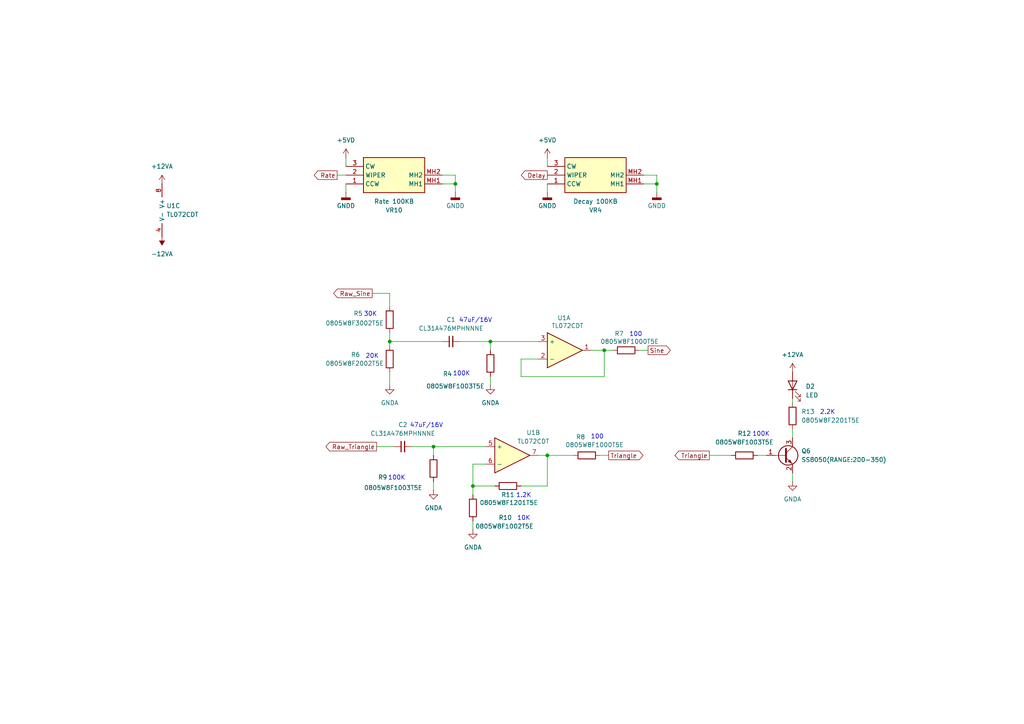
<source format=kicad_sch>
(kicad_sch (version 20250114) (generator "eeschema") (generator_version "9.0")
  (paper "A4")
  (lib_symbols
    (symbol "Device:C_Small" (pin_numbers (hide yes)) (pin_names (offset 0.254) (hide yes))
      (property "Reference" "C" (at 0.254 1.778 0))
      (property "Value" "C_Small" (at 0.254 -2.032 0))
      (symbol "C_Small_0_1"
        (polyline (pts (xy -1.524 0.508) (xy 1.524 0.508)) (stroke (width 0.3048)))
        (polyline (pts (xy -1.524 -0.508) (xy 1.524 -0.508)) (stroke (width 0.3302)))
      )
      (symbol "C_Small_1_1"
        (pin passive line (at 0 2.54 270) (length 2.032) (name "~") (number "1"))
        (pin passive line (at 0 -2.54 90) (length 2.032) (name "~") (number "2"))
      )
    )
    (symbol "Device:LED" (pin_numbers (hide yes)) (pin_names (offset 1.016) (hide yes))
      (property "Reference" "D" (at 0 2.54 0))
      (property "Value" "LED" (at 0 -2.54 0))
      (symbol "LED_0_1"
        (polyline (pts (xy -3.048 -0.762) (xy -4.572 -2.286) (xy -3.81 -2.286) (xy -4.572 -2.286) (xy -4.572 -1.524)))
        (polyline (pts (xy -1.778 -0.762) (xy -3.302 -2.286) (xy -2.54 -2.286) (xy -3.302 -2.286) (xy -3.302 -1.524)))
        (polyline (pts (xy -1.27 0) (xy 1.27 0)))
        (polyline (pts (xy -1.27 -1.27) (xy -1.27 1.27)) (stroke (width 0.254)))
        (polyline (pts (xy 1.27 -1.27) (xy 1.27 1.27) (xy -1.27 0) (xy 1.27 -1.27)) (stroke (width 0.254)))
      )
      (symbol "LED_1_1"
        (pin passive line (at -3.81 0 0) (length 2.54) (name "K") (number "1"))
        (pin passive line (at 3.81 0 180) (length 2.54) (name "A") (number "2"))
      )
    )
    (symbol "Device:Opamp_Dual"
      (property "Reference" "U" (at 0 5.08 0))
      (property "Value" "Opamp_Dual" (at 0 -5.08 0))
      (symbol "Opamp_Dual_1_1"
        (polyline (pts (xy -5.08 5.08) (xy 5.08 0) (xy -5.08 -5.08) (xy -5.08 5.08)) (stroke (width 0.254)) (fill (type background)))
        (pin input line (at -7.62 2.54 0) (length 2.54) (name "+") (number "3"))
        (pin input line (at -7.62 -2.54 0) (length 2.54) (name "-") (number "2"))
        (pin output line (at 7.62 0 180) (length 2.54) (name "~") (number "1"))
      )
      (symbol "Opamp_Dual_2_1"
        (polyline (pts (xy -5.08 5.08) (xy 5.08 0) (xy -5.08 -5.08) (xy -5.08 5.08)) (stroke (width 0.254)) (fill (type background)))
        (pin input line (at -7.62 2.54 0) (length 2.54) (name "+") (number "5"))
        (pin input line (at -7.62 -2.54 0) (length 2.54) (name "-") (number "6"))
        (pin output line (at 7.62 0 180) (length 2.54) (name "~") (number "7"))
      )
      (symbol "Opamp_Dual_3_1"
        (pin power_in line (at -2.54 7.62 270) (length 3.81) (name "V+") (number "8"))
        (pin power_in line (at -2.54 -7.62 90) (length 3.81) (name "V-") (number "4"))
      )
    )
    (symbol "Device:R" (pin_numbers (hide yes)) (pin_names (offset 0))
      (property "Reference" "R" (at 2.032 0 90))
      (property "Value" "R" (at 0 0 90))
      (symbol "R_0_1"
        (rectangle (start -1.016 -2.54) (end 1.016 2.54) (stroke (width 0.254)))
      )
      (symbol "R_1_1"
        (pin passive line (at 0 3.81 270) (length 1.27) (name "~") (number "1"))
        (pin passive line (at 0 -3.81 90) (length 1.27) (name "~") (number "2"))
      )
    )
    (symbol "Opamp_Dual_1"
      (property "Reference" "U" (at 0 5.08 0))
      (property "Value" "Opamp_Dual" (at 0 -5.08 0))
      (symbol "Opamp_Dual_1_1_1"
        (polyline (pts (xy -5.08 5.08) (xy 5.08 0) (xy -5.08 -5.08) (xy -5.08 5.08)) (stroke (width 0.254)) (fill (type background)))
        (pin input line (at -7.62 2.54 0) (length 2.54) (name "+") (number "3"))
        (pin input line (at -7.62 -2.54 0) (length 2.54) (name "-") (number "2"))
        (pin output line (at 7.62 0 180) (length 2.54) (name "~") (number "1"))
      )
      (symbol "Opamp_Dual_1_2_1"
        (polyline (pts (xy -5.08 5.08) (xy 5.08 0) (xy -5.08 -5.08) (xy -5.08 5.08)) (stroke (width 0.254)) (fill (type background)))
        (pin input line (at -7.62 2.54 0) (length 2.54) (name "+") (number "5"))
        (pin input line (at -7.62 -2.54 0) (length 2.54) (name "-") (number "6"))
        (pin output line (at 7.62 0 180) (length 2.54) (name "~") (number "7"))
      )
      (symbol "Opamp_Dual_1_3_1"
        (pin power_in line (at -2.54 7.62 270) (length 3.81) (name "V+") (number "8"))
        (pin power_in line (at -2.54 -7.62 90) (length 3.81) (name "V-") (number "4"))
      )
    )
    (symbol "Opamp_Dual_2"
      (property "Reference" "U" (at 0 5.08 0))
      (property "Value" "Opamp_Dual" (at 0 -5.08 0))
      (symbol "Opamp_Dual_2_1_1"
        (polyline (pts (xy -5.08 5.08) (xy 5.08 0) (xy -5.08 -5.08) (xy -5.08 5.08)) (stroke (width 0.254)) (fill (type background)))
        (pin input line (at -7.62 2.54 0) (length 2.54) (name "+") (number "3"))
        (pin input line (at -7.62 -2.54 0) (length 2.54) (name "-") (number "2"))
        (pin output line (at 7.62 0 180) (length 2.54) (name "~") (number "1"))
      )
      (symbol "Opamp_Dual_2_2_1"
        (polyline (pts (xy -5.08 5.08) (xy 5.08 0) (xy -5.08 -5.08) (xy -5.08 5.08)) (stroke (width 0.254)) (fill (type background)))
        (pin input line (at -7.62 2.54 0) (length 2.54) (name "+") (number "5"))
        (pin input line (at -7.62 -2.54 0) (length 2.54) (name "-") (number "6"))
        (pin output line (at 7.62 0 180) (length 2.54) (name "~") (number "7"))
      )
      (symbol "Opamp_Dual_2_3_1"
        (pin power_in line (at -2.54 7.62 270) (length 3.81) (name "V+") (number "8"))
        (pin power_in line (at -2.54 -7.62 90) (length 3.81) (name "V-") (number "4"))
      )
    )
    (symbol "SamacSys_Parts:RK09D117000B"
      (property "Reference" "VR" (at 24.13 7.62 0))
      (property "Value" "RK09D117000B" (at 24.13 5.08 0))
      (symbol "RK09D117000B_1_1"
        (rectangle (start 5.08 2.54) (end 22.86 -7.62) (stroke (width 0.254)) (fill (type background)))
        (pin passive line (at 0 0 0) (length 5.08) (name "CCW") (number "1"))
        (pin passive line (at 0 -2.54 0) (length 5.08) (name "WIPER") (number "2"))
        (pin passive line (at 0 -5.08 0) (length 5.08) (name "CW") (number "3"))
        (pin passive line (at 27.94 0 180) (length 5.08) (name "MH1") (number "MH1"))
        (pin passive line (at 27.94 -2.54 180) (length 5.08) (name "MH2") (number "MH2"))
      )
    )
    (symbol "Transistor_BJT:SS8050" (pin_names (offset 0) (hide yes))
      (property "Reference" "Q" (at 5.08 1.905 0))
      (property "Value" "SS8050" (at 5.08 0 0))
      (symbol "SS8050_0_1"
        (polyline (pts (xy -2.54 0) (xy 0.635 0)))
        (polyline (pts (xy 0.635 1.905) (xy 0.635 -1.905)) (stroke (width 0.508)))
        (circle (center 1.27 0) (radius 2.8194) (stroke (width 0.254)))
      )
      (symbol "SS8050_1_1"
        (polyline (pts (xy 0.635 0.635) (xy 2.54 2.54)))
        (polyline (pts (xy 0.635 -0.635) (xy 2.54 -2.54)))
        (polyline (pts (xy 1.27 -1.778) (xy 1.778 -1.27) (xy 2.286 -2.286) (xy 1.27 -1.778)) (fill (type outline)))
        (pin input line (at -5.08 0 0) (length 2.54) (name "B") (number "1"))
        (pin passive line (at 2.54 5.08 270) (length 2.54) (name "C") (number "3"))
        (pin passive line (at 2.54 -5.08 90) (length 2.54) (name "E") (number "2"))
      )
    )
    (symbol "power:+12VA" (power) (pin_numbers (hide yes)) (pin_names (offset 0) (hide yes))
      (property "Value" "+12VA" (at 0 3.556 0))
      (symbol "+12VA_0_1"
        (polyline (pts (xy -0.762 1.27) (xy 0 2.54)))
        (polyline (pts (xy 0 2.54) (xy 0.762 1.27)))
        (polyline (pts (xy 0 0) (xy 0 2.54)))
      )
      (symbol "+12VA_1_1"
        (pin power_in line (at 0 0 90) (length 0) (name "~") (number "1"))
      )
    )
    (symbol "power:+5VD" (power) (pin_numbers (hide yes)) (pin_names (offset 0) (hide yes))
      (property "Value" "+5VD" (at 0 3.556 0))
      (symbol "+5VD_0_1"
        (polyline (pts (xy -0.762 1.27) (xy 0 2.54)))
        (polyline (pts (xy 0 2.54) (xy 0.762 1.27)))
        (polyline (pts (xy 0 0) (xy 0 2.54)))
      )
      (symbol "+5VD_1_1"
        (pin power_in line (at 0 0 90) (length 0) (name "~") (number "1"))
      )
    )
    (symbol "power:-12VA" (power) (pin_numbers (hide yes)) (pin_names (offset 0) (hide yes))
      (property "Value" "-12VA" (at 0 3.556 0))
      (symbol "-12VA_0_0"
        (pin power_in line (at 0 0 90) (length 0) (name "~") (number "1"))
      )
      (symbol "-12VA_0_1"
        (polyline (pts (xy 0 0) (xy 0 1.27) (xy 0.762 1.27) (xy 0 2.54) (xy -0.762 1.27) (xy 0 1.27)) (fill (type outline)))
      )
    )
    (symbol "power:GNDA" (power) (pin_numbers (hide yes)) (pin_names (offset 0) (hide yes))
      (property "Value" "GNDA" (at 0 -3.81 0))
      (symbol "GNDA_0_1"
        (polyline (pts (xy 0 0) (xy 0 -1.27) (xy 1.27 -1.27) (xy 0 -2.54) (xy -1.27 -1.27) (xy 0 -1.27)))
      )
      (symbol "GNDA_1_1"
        (pin power_in line (at 0 0 270) (length 0) (name "~") (number "1"))
      )
    )
    (symbol "power:GNDD" (power) (pin_numbers (hide yes)) (pin_names (offset 0) (hide yes))
      (property "Value" "GNDD" (at 0 -3.175 0))
      (symbol "GNDD_0_1"
        (rectangle (start -1.27 -1.524) (end 1.27 -2.032) (stroke (width 0.254)) (fill (type outline)))
        (polyline (pts (xy 0 0) (xy 0 -1.524)))
      )
      (symbol "GNDD_1_1"
        (pin power_in line (at 0 0 270) (length 0) (name "~") (number "1"))
      )
    )
  )
  (text "100K" (at 220.726 125.984 0) (effects (font (size 1.27 1.27))))
  (text "30K" (at 107.442 91.186 0) (effects (font (size 1.27 1.27))))
  (text "47uF/16V" (at 137.922 92.964 0) (effects (font (size 1.27 1.27))))
  (text "100K" (at 133.858 108.458 0) (effects (font (size 1.27 1.27))))
  (text "10K" (at 151.892 150.368 0) (effects (font (size 1.27 1.27))))
  (text "2.2K" (at 240.03 119.634 0) (effects (font (size 1.27 1.27))))
  (text "20K" (at 107.95 103.378 0) (effects (font (size 1.27 1.27))))
  (text "100K" (at 115.062 138.684 0) (effects (font (size 1.27 1.27))))
  (text "100" (at 173.228 126.746 0) (effects (font (size 1.27 1.27))))
  (text "1.2K" (at 151.892 143.764 0) (effects (font (size 1.27 1.27))))
  (text "47uF/16V" (at 123.698 123.444 0) (effects (font (size 1.27 1.27))))
  (text "100" (at 184.404 97.028 0) (effects (font (size 1.27 1.27))))
  (junction (at 190.5 53.34))
  (junction (at 132.08 53.34))
  (junction (at 125.73 129.54))
  (junction (at 113.03 99.06))
  (junction (at 158.75 132.08))
  (junction (at 175.26 101.6))
  (junction (at 137.16 140.97))
  (junction (at 142.24 99.06))
  (wire (pts (xy 137.16 140.97) (xy 137.16 143.51)))
  (wire (pts (xy 113.03 96.52) (xy 113.03 99.06)))
  (wire (pts (xy 151.13 109.22) (xy 175.26 109.22)))
  (wire (pts (xy 125.73 129.54) (xy 140.97 129.54)))
  (wire (pts (xy 171.45 101.6) (xy 175.26 101.6)))
  (wire (pts (xy 113.03 99.06) (xy 113.03 100.33)))
  (wire (pts (xy 137.16 151.13) (xy 137.16 153.67)))
  (wire (pts (xy 113.03 85.09) (xy 113.03 88.9)))
  (wire (pts (xy 137.16 134.62) (xy 137.16 140.97)))
  (wire (pts (xy 100.33 45.72) (xy 100.33 48.26)))
  (wire (pts (xy 158.75 45.72) (xy 158.75 48.26)))
  (wire (pts (xy 125.73 139.7) (xy 125.73 142.24)))
  (wire (pts (xy 133.35 99.06) (xy 142.24 99.06)))
  (wire (pts (xy 186.69 50.8) (xy 190.5 50.8)))
  (wire (pts (xy 142.24 99.06) (xy 142.24 101.6)))
  (wire (pts (xy 151.13 140.97) (xy 158.75 140.97)))
  (wire (pts (xy 125.73 129.54) (xy 125.73 132.08)))
  (wire (pts (xy 229.87 124.46) (xy 229.87 127)))
  (wire (pts (xy 143.51 140.97) (xy 137.16 140.97)))
  (wire (pts (xy 158.75 140.97) (xy 158.75 132.08)))
  (wire (pts (xy 140.97 134.62) (xy 137.16 134.62)))
  (wire (pts (xy 132.08 53.34) (xy 132.08 55.88)))
  (wire (pts (xy 113.03 107.95) (xy 113.03 111.76)))
  (wire (pts (xy 186.69 53.34) (xy 190.5 53.34)))
  (wire (pts (xy 173.99 132.08) (xy 176.53 132.08)))
  (wire (pts (xy 132.08 50.8) (xy 132.08 53.34)))
  (wire (pts (xy 190.5 50.8) (xy 190.5 53.34)))
  (wire (pts (xy 205.74 132.08) (xy 212.09 132.08)))
  (wire (pts (xy 175.26 109.22) (xy 175.26 101.6)))
  (wire (pts (xy 119.38 129.54) (xy 125.73 129.54)))
  (wire (pts (xy 156.21 104.14) (xy 151.13 104.14)))
  (wire (pts (xy 190.5 53.34) (xy 190.5 55.88)))
  (wire (pts (xy 175.26 101.6) (xy 177.8 101.6)))
  (wire (pts (xy 156.21 132.08) (xy 158.75 132.08)))
  (wire (pts (xy 158.75 132.08) (xy 166.37 132.08)))
  (wire (pts (xy 229.87 115.57) (xy 229.87 116.84)))
  (wire (pts (xy 113.03 99.06) (xy 128.27 99.06)))
  (wire (pts (xy 100.33 55.88) (xy 100.33 53.34)))
  (wire (pts (xy 142.24 109.22) (xy 142.24 111.76)))
  (wire (pts (xy 109.22 129.54) (xy 114.3 129.54)))
  (wire (pts (xy 128.27 53.34) (xy 132.08 53.34)))
  (wire (pts (xy 229.87 137.16) (xy 229.87 139.7)))
  (wire (pts (xy 107.95 85.09) (xy 113.03 85.09)))
  (wire (pts (xy 158.75 55.88) (xy 158.75 53.34)))
  (wire (pts (xy 185.42 101.6) (xy 187.96 101.6)))
  (wire (pts (xy 142.24 99.06) (xy 156.21 99.06)))
  (wire (pts (xy 219.71 132.08) (xy 222.25 132.08)))
  (wire (pts (xy 97.79 50.8) (xy 100.33 50.8)))
  (wire (pts (xy 128.27 50.8) (xy 132.08 50.8)))
  (wire (pts (xy 151.13 104.14) (xy 151.13 109.22)))
  (global_label "Rate" (shape output) (at 97.79 50.8 180) (property "Intersheetrefs" "${INTERSHEET_REFS}" (effects (hide yes))))
  (global_label "Triangle" (shape output) (at 205.74 132.08 180) (property "Intersheetrefs" "${INTERSHEET_REFS}" (effects (hide yes))))
  (global_label "Triangle" (shape output) (at 176.53 132.08 0) (property "Intersheetrefs" "${INTERSHEET_REFS}" (effects (hide yes))))
  (global_label "Delay" (shape output) (at 158.75 50.8 180) (property "Intersheetrefs" "${INTERSHEET_REFS}" (effects (hide yes))))
  (global_label "Raw_Triangle" (shape output) (at 109.22 129.54 180) (property "Intersheetrefs" "${INTERSHEET_REFS}" (effects (hide yes))))
  (global_label "Raw_Sine" (shape output) (at 107.95 85.09 180) (property "Intersheetrefs" "${INTERSHEET_REFS}" (effects (hide yes))))
  (global_label "Sine" (shape output) (at 187.96 101.6 0) (property "Intersheetrefs" "${INTERSHEET_REFS}" (effects (hide yes))))
  (symbol (lib_id "power:GNDD") (at 190.5 55.88 0) (unit 1)
    (property "Reference" "#PWR012" (effects (hide yes)))
    (property "Value" "GNDD" (at 190.5 59.69 0))
    (property "Description" "Power symbol creates a global label with name \"GNDD\" , digital ground" (effects (hide yes)))
  )
  (symbol (lib_id "Device:R") (at 181.61 101.6 90) (unit 1)
    (property "Reference" "R7" (at 179.578 96.774 90))
    (property "Value" "0805W8F1000T5E" (at 182.626 99.06 90))
    (property "Footprint" "Resistor_SMD:R_0805_2012Metric_Pad1.20x1.40mm_HandSolder" (effects (hide yes)))
    (property "Description" "Resistor" (effects (hide yes)))
  )
  (symbol (lib_id "Device:R") (at 170.18 132.08 90) (unit 1)
    (property "Reference" "R8" (at 168.402 126.746 90))
    (property "Value" "0805W8F1000T5E" (at 172.466 129.032 90))
    (property "Footprint" "Resistor_SMD:R_0805_2012Metric_Pad1.20x1.40mm_HandSolder" (effects (hide yes)))
    (property "Description" "Resistor" (effects (hide yes)))
  )
  (symbol (lib_id "power:GNDD") (at 132.08 55.88 0) (unit 1)
    (property "Reference" "#PWR07" (effects (hide yes)))
    (property "Value" "GNDD" (at 132.08 59.69 0))
    (property "Description" "Power symbol creates a global label with name \"GNDD\" , digital ground" (effects (hide yes)))
  )
  (symbol (lib_id "power:GNDA") (at 113.03 111.76 0) (unit 1)
    (property "Reference" "#PWR048" (effects (hide yes)))
    (property "Value" "GNDA" (at 113.03 116.84 0))
    (property "Description" "Power symbol creates a global label with name \"GNDA\" , analog ground" (effects (hide yes)))
  )
  (symbol (lib_id "Transistor_BJT:SS8050") (at 227.33 132.08 0) (unit 1)
    (property "Reference" "Q6" (at 232.41 130.8099 0) (effects (justify left)))
    (property "Value" "SS8050(RANGE:200-350)" (at 232.41 133.3499 0) (effects (justify left)))
    (property "Footprint" "SamacSys_parts:SOT95P240X115-3N" (effects (hide yes)))
    (property "Datasheet" "http://www.secosgmbh.com/datasheet/products/SSMPTransistor/SOT-23/SS8050.pdf" (effects (hide yes)))
    (property "Description" "General Purpose NPN Transistor, 1.5A Ic, 25V Vce, SOT-23" (effects (hide yes)))
    (instances (project "SynthBoard" (path "" (reference "Q6") (unit 1))) (project "SynthBoard" (path "" (reference "Q3") (unit 1))))
  )
  (symbol (lib_id "power:GNDA") (at 229.87 139.7 0) (unit 1)
    (property "Reference" "#PWR047" (effects (hide yes)))
    (property "Value" "GNDA" (at 229.87 144.78 0))
    (property "Description" "Power symbol creates a global label with name \"GNDA\" , analog ground" (effects (hide yes)))
  )
  (symbol (lib_id "Device:R") (at 113.03 92.71 0) (unit 1)
    (property "Reference" "R5" (at 103.886 90.932 0))
    (property "Value" "0805W8F3002T5E" (at 102.87 93.726 0))
    (property "Footprint" "Resistor_SMD:R_0805_2012Metric_Pad1.20x1.40mm_HandSolder" (effects (hide yes)))
    (property "Description" "Resistor" (effects (hide yes)))
  )
  (symbol (lib_id "power:GNDA") (at 142.24 111.76 0) (unit 1)
    (property "Reference" "#PWR036" (effects (hide yes)))
    (property "Value" "GNDA" (at 142.24 116.84 0))
    (property "Description" "Power symbol creates a global label with name \"GNDA\" , analog ground" (effects (hide yes)))
  )
  (symbol (lib_id "power:+5VD") (at 158.75 45.72 0) (unit 1)
    (property "Reference" "#PWR08" (effects (hide yes)))
    (property "Value" "+5VD" (at 158.75 40.64 0))
    (property "Description" "Power symbol creates a global label with name \"+5VD\"" (effects (hide yes)))
  )
  (symbol (lib_name "Opamp_Dual_2") (lib_id "Device:Opamp_Dual") (at 163.83 101.6 0) (unit 1)
    (property "Reference" "U1" (at 163.576 92.202 0))
    (property "Value" "TL072CDT" (at 164.592 94.488 0))
    (property "Footprint" "Package_SO:SOIC-8_3.9x4.9mm_P1.27mm" (effects (hide yes)))
    (property "Description" "Dual operational amplifier" (effects (hide yes)))
    (property "Sim.Library" "${KICAD7_SYMBOL_DIR}/Simulation_SPICE.sp" (effects (hide yes)))
    (property "Sim.Name" "kicad_builtin_opamp_dual" (effects (hide yes)))
    (property "Sim.Device" "SUBCKT" (effects (hide yes)))
    (property "Sim.Pins" "1=out1 2=in1- 3=in1+ 4=vee 5=in2+ 6=in2- 7=out2 8=vcc" (effects (hide yes)))
  )
  (symbol (lib_id "power:-12VA") (at 46.99 68.58 180) (unit 1)
    (property "Reference" "#PWR031" (effects (hide yes)))
    (property "Value" "-12VA" (at 46.99 73.66 0))
    (property "Description" "Power symbol creates a global label with name \"-12VA\"" (effects (hide yes)))
  )
  (symbol (lib_id "power:GNDD") (at 100.33 55.88 0) (unit 1)
    (property "Reference" "#PWR06" (effects (hide yes)))
    (property "Value" "GNDD" (at 100.33 59.69 0))
    (property "Description" "Power symbol creates a global label with name \"GNDD\" , digital ground" (effects (hide yes)))
  )
  (symbol (lib_name "Opamp_Dual_1") (lib_id "Device:Opamp_Dual") (at 148.59 132.08 0) (unit 2)
    (property "Reference" "U1" (at 154.686 125.476 0))
    (property "Value" "TL072CDT" (at 154.686 128.016 0))
    (property "Footprint" "Package_SO:SOIC-8_3.9x4.9mm_P1.27mm" (effects (hide yes)))
    (property "Description" "Dual operational amplifier" (effects (hide yes)))
    (property "Sim.Library" "${KICAD7_SYMBOL_DIR}/Simulation_SPICE.sp" (effects (hide yes)))
    (property "Sim.Name" "kicad_builtin_opamp_dual" (effects (hide yes)))
    (property "Sim.Device" "SUBCKT" (effects (hide yes)))
    (property "Sim.Pins" "1=out1 2=in1- 3=in1+ 4=vee 5=in2+ 6=in2- 7=out2 8=vcc" (effects (hide yes)))
  )
  (symbol (lib_id "power:GNDA") (at 125.73 142.24 0) (unit 1)
    (property "Reference" "#PWR039" (effects (hide yes)))
    (property "Value" "GNDA" (at 125.73 147.32 0))
    (property "Description" "Power symbol creates a global label with name \"GNDA\" , analog ground" (effects (hide yes)))
  )
  (symbol (lib_id "power:+12VA") (at 46.99 53.34 0) (unit 1)
    (property "Reference" "#PWR030" (effects (hide yes)))
    (property "Value" "+12VA" (at 46.99 48.26 0))
    (property "Description" "Power symbol creates a global label with name \"+12VA\"" (effects (hide yes)))
  )
  (symbol (lib_id "Device:R") (at 113.03 104.14 0) (unit 1)
    (property "Reference" "R6" (at 103.124 102.87 0))
    (property "Value" "0805W8F2002T5E" (at 102.87 105.41 0))
    (property "Footprint" "Resistor_SMD:R_0805_2012Metric_Pad1.20x1.40mm_HandSolder" (effects (hide yes)))
    (property "Description" "Resistor" (effects (hide yes)))
  )
  (symbol (lib_id "Device:R") (at 125.73 135.89 180) (unit 1)
    (property "Reference" "R9" (at 110.998 138.43 0))
    (property "Value" "0805W8F1003T5E" (at 114.046 141.478 0))
    (property "Footprint" "Resistor_SMD:R_0805_2012Metric_Pad1.20x1.40mm_HandSolder" (effects (hide yes)))
    (property "Description" "Resistor" (effects (hide yes)))
  )
  (symbol (lib_id "Device:R") (at 142.24 105.41 180) (unit 1)
    (property "Reference" "R4" (at 129.794 108.458 0))
    (property "Value" "0805W8F1003T5E" (at 132.08 112.014 0))
    (property "Footprint" "Resistor_SMD:R_0805_2012Metric_Pad1.20x1.40mm_HandSolder" (effects (hide yes)))
    (property "Description" "Resistor" (effects (hide yes)))
  )
  (symbol (lib_id "Device:R") (at 229.87 120.65 180) (unit 1)
    (property "Reference" "R13" (at 232.41 119.3799 0) (effects (justify right)))
    (property "Value" "0805W8F2201T5E" (at 232.41 121.9199 0) (effects (justify right)))
    (property "Footprint" "Resistor_SMD:R_0805_2012Metric_Pad1.20x1.40mm_HandSolder" (effects (hide yes)))
    (property "Description" "Resistor" (effects (hide yes)))
  )
  (symbol (lib_id "Device:Opamp_Dual") (at 49.53 60.96 0) (unit 3)
    (property "Reference" "U1" (at 48.26 59.6899 0) (effects (justify left)))
    (property "Value" "TL072CDT" (at 48.26 62.2299 0) (effects (justify left)))
    (property "Footprint" "Package_SO:SOIC-8_3.9x4.9mm_P1.27mm" (effects (hide yes)))
    (property "Description" "Dual operational amplifier" (effects (hide yes)))
    (property "Sim.Library" "${KICAD9_SYMBOL_DIR}/Simulation_SPICE.sp" (effects (hide yes)))
    (property "Sim.Name" "kicad_builtin_opamp_dual" (effects (hide yes)))
    (property "Sim.Device" "SUBCKT" (effects (hide yes)))
    (property "Sim.Pins" "1=out1 2=in1- 3=in1+ 4=vee 5=in2+ 6=in2- 7=out2 8=vcc" (effects (hide yes)))
  )
  (symbol (lib_id "Device:C_Small") (at 116.84 129.54 90) (unit 1)
    (property "Reference" "C2" (at 116.8463 123.19 90))
    (property "Value" "CL31A476MPHNNNE" (at 116.8463 125.73 90))
    (property "Footprint" "Capacitor_SMD:C_1206_3216Metric_Pad1.33x1.80mm_HandSolder" (effects (hide yes)))
    (property "Description" "Unpolarized capacitor, small symbol" (effects (hide yes)))
  )
  (symbol (lib_id "SamacSys_Parts:RK09D117000B") (at 158.75 53.34 0) (mirror x) (unit 1)
    (property "Reference" "VR4" (at 172.72 60.96 0))
    (property "Value" "Decay 100KB" (at 172.72 58.42 0))
    (property "Footprint" "SamacSys_parts:RK09D117000B" (effects (hide yes)))
    (property "Datasheet" "https://tech.alpsalpine.com/prod/j/html/potentiometer/rotarypotentiometers/rk09k/rk09d117000b.html" (effects (hide yes)))
    (property "Description" "9-inch insulated shaft snap-in type RK09K/RK09D series" (effects (hide yes)))
    (property "Height" "30" (effects (hide yes)))
    (property "Manufacturer_Name" "ALPS Electric" (effects (hide yes)))
    (property "Manufacturer_Part_Number" "RK09D117000B" (effects (hide yes)))
    (property "Mouser Part Number" "688-RK09D117000B" (effects (hide yes)))
    (property "Mouser Price/Stock" "https://www.mouser.co.uk/ProductDetail/Alps-Alpine/RK09D117000B?qs=3cOf6TWd2rbc67829PEbEQ%3D%3D" (effects (hide yes)))
  )
  (symbol (lib_id "Device:R") (at 147.32 140.97 90) (unit 1)
    (property "Reference" "R11" (at 147.32 143.51 90))
    (property "Value" "0805W8F1201T5E" (at 147.574 145.796 90))
    (property "Footprint" "Resistor_SMD:R_0805_2012Metric_Pad1.20x1.40mm_HandSolder" (effects (hide yes)))
    (property "Description" "Resistor" (effects (hide yes)))
  )
  (symbol (lib_id "power:GNDA") (at 137.16 153.67 0) (unit 1)
    (property "Reference" "#PWR037" (effects (hide yes)))
    (property "Value" "GNDA" (at 137.16 158.75 0))
    (property "Description" "Power symbol creates a global label with name \"GNDA\" , analog ground" (effects (hide yes)))
  )
  (symbol (lib_id "Device:R") (at 137.16 147.32 180) (unit 1)
    (property "Reference" "R10" (at 146.558 150.114 0))
    (property "Value" "0805W8F1002T5E" (at 146.304 152.654 0))
    (property "Footprint" "Resistor_SMD:R_0805_2012Metric_Pad1.20x1.40mm_HandSolder" (effects (hide yes)))
    (property "Description" "Resistor" (effects (hide yes)))
  )
  (symbol (lib_id "power:+12VA") (at 229.87 107.95 0) (unit 1)
    (property "Reference" "#PWR046" (effects (hide yes)))
    (property "Value" "+12VA" (at 229.87 102.87 0))
    (property "Description" "Power symbol creates a global label with name \"+12VA\"" (effects (hide yes)))
  )
  (symbol (lib_id "power:GNDD") (at 158.75 55.88 0) (unit 1)
    (property "Reference" "#PWR011" (effects (hide yes)))
    (property "Value" "GNDD" (at 158.75 59.69 0))
    (property "Description" "Power symbol creates a global label with name \"GNDD\" , digital ground" (effects (hide yes)))
  )
  (symbol (lib_id "Device:R") (at 215.9 132.08 90) (unit 1)
    (property "Reference" "R12" (at 215.9 125.73 90))
    (property "Value" "0805W8F1003T5E" (at 215.9 128.27 90))
    (property "Footprint" "Resistor_SMD:R_0805_2012Metric_Pad1.20x1.40mm_HandSolder" (effects (hide yes)))
    (property "Description" "Resistor" (effects (hide yes)))
  )
  (symbol (lib_id "power:+5VD") (at 100.33 45.72 0) (unit 1)
    (property "Reference" "#PWR05" (effects (hide yes)))
    (property "Value" "+5VD" (at 100.33 40.64 0))
    (property "Description" "Power symbol creates a global label with name \"+5VD\"" (effects (hide yes)))
  )
  (symbol (lib_id "SamacSys_Parts:RK09D117000B") (at 100.33 53.34 0) (mirror x) (unit 1)
    (property "Reference" "VR10" (at 114.3 60.96 0))
    (property "Value" "Rate 100KB" (at 114.3 58.42 0))
    (property "Footprint" "SamacSys_parts:RK09D117000B" (effects (hide yes)))
    (property "Datasheet" "https://tech.alpsalpine.com/prod/j/html/potentiometer/rotarypotentiometers/rk09k/rk09d117000b.html" (effects (hide yes)))
    (property "Description" "9-inch insulated shaft snap-in type RK09K/RK09D series" (effects (hide yes)))
    (property "Height" "30" (effects (hide yes)))
    (property "Manufacturer_Name" "ALPS Electric" (effects (hide yes)))
    (property "Manufacturer_Part_Number" "RK09D117000B" (effects (hide yes)))
    (property "Mouser Part Number" "688-RK09D117000B" (effects (hide yes)))
    (property "Mouser Price/Stock" "https://www.mouser.co.uk/ProductDetail/Alps-Alpine/RK09D117000B?qs=3cOf6TWd2rbc67829PEbEQ%3D%3D" (effects (hide yes)))
  )
  (symbol (lib_id "Device:LED") (at 229.87 111.76 90) (unit 1)
    (property "Reference" "D2" (at 233.68 112.0774 90) (effects (justify right)))
    (property "Value" "LED" (at 233.68 114.6174 90) (effects (justify right)))
    (property "Footprint" "LED_THT:LED_D5.0mm_FlatTop" (effects (hide yes)))
    (property "Description" "Light emitting diode" (effects (hide yes)))
    (property "Sim.Pins" "1=K 2=A" (effects (hide yes)))
  )
  (symbol (lib_id "Device:C_Small") (at 130.81 99.06 90) (unit 1)
    (property "Reference" "C1" (at 130.8163 92.71 90))
    (property "Value" "CL31A476MPHNNNE" (at 130.8163 95.25 90))
    (property "Footprint" "Capacitor_SMD:C_1206_3216Metric_Pad1.33x1.80mm_HandSolder" (effects (hide yes)))
    (property "Description" "Unpolarized capacitor, small symbol" (effects (hide yes)))
  )
)
</source>
